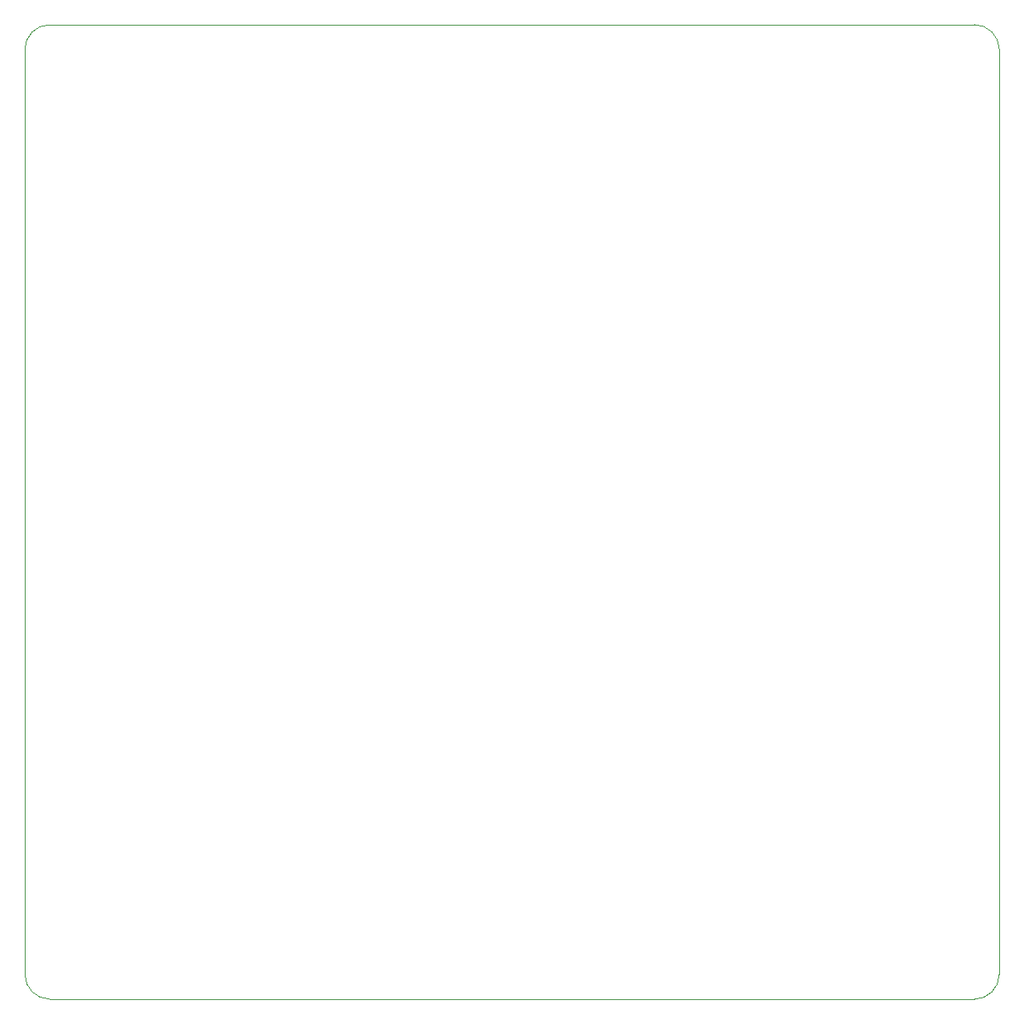
<source format=gm1>
G04 #@! TF.GenerationSoftware,KiCad,Pcbnew,9.0.6*
G04 #@! TF.CreationDate,2026-01-24T19:03:13+11:00*
G04 #@! TF.ProjectId,MECB_8088_CPU,4d454342-5f38-4303-9838-5f4350552e6b,1.0*
G04 #@! TF.SameCoordinates,Original*
G04 #@! TF.FileFunction,Profile,NP*
%FSLAX46Y46*%
G04 Gerber Fmt 4.6, Leading zero omitted, Abs format (unit mm)*
G04 Created by KiCad (PCBNEW 9.0.6) date 2026-01-24 19:03:13*
%MOMM*%
%LPD*%
G01*
G04 APERTURE LIST*
G04 #@! TA.AperFunction,Profile*
%ADD10C,0.100000*%
G04 #@! TD*
G04 APERTURE END LIST*
D10*
X196342000Y-143891000D02*
G75*
G02*
X193802000Y-146431000I-2540000J0D01*
G01*
X193802000Y-46609000D02*
X99060000Y-46609000D01*
X193802000Y-46609000D02*
G75*
G02*
X196342000Y-49149000I0J-2540000D01*
G01*
X196342000Y-143891000D02*
X196342000Y-49149000D01*
X99060000Y-146431000D02*
X193802000Y-146431000D01*
X96520000Y-49149000D02*
G75*
G02*
X99060000Y-46609000I2540000J0D01*
G01*
X96520000Y-49149000D02*
X96520000Y-143891000D01*
X99060000Y-146431000D02*
G75*
G02*
X96520000Y-143891000I0J2540000D01*
G01*
M02*

</source>
